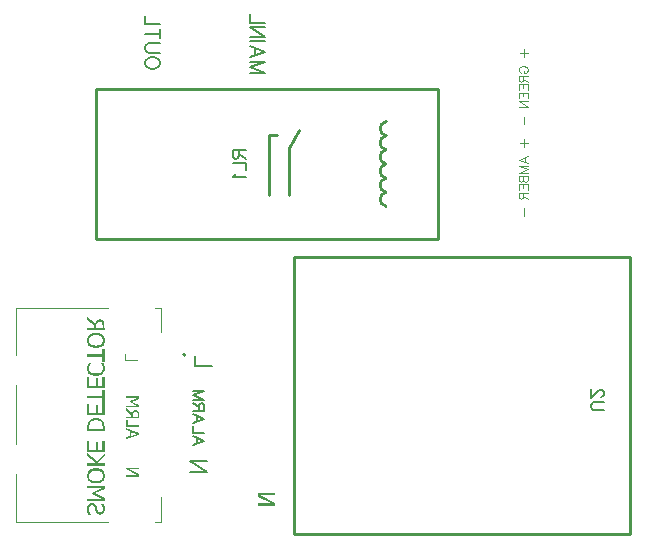
<source format=gbo>
G04 Layer: BottomSilkscreenLayer*
G04 EasyEDA v6.5.39, 2024-01-10 16:20:09*
G04 85b321e934e241e88075cb939218c85a,3d9c8b04885e45b7839bd8e85c0fd600,10*
G04 Gerber Generator version 0.2*
G04 Scale: 100 percent, Rotated: No, Reflected: No *
G04 Dimensions in millimeters *
G04 leading zeros omitted , absolute positions ,4 integer and 5 decimal *
%FSLAX45Y45*%
%MOMM*%

%ADD10C,0.2032*%
%ADD11C,0.1200*%
%ADD12C,0.1600*%
%ADD13C,0.1524*%
%ADD14C,0.2540*%
%ADD15C,0.1001*%
%ADD16C,0.1999*%
%ADD17C,0.0118*%

%LPD*%
G36*
X1670812Y-776732D02*
G01*
X1670812Y-804164D01*
X1785874Y-862584D01*
X1670812Y-862584D01*
X1670812Y-880871D01*
X1816100Y-880871D01*
X1816100Y-859028D01*
X1690624Y-794766D01*
X1816100Y-794766D01*
X1816100Y-776732D01*
G37*
G36*
X558800Y44704D02*
G01*
X558800Y30226D01*
X652780Y30226D01*
X588772Y1778D01*
X588772Y-7112D01*
X652780Y-35306D01*
X558800Y-35306D01*
X558800Y-48768D01*
X667766Y-48768D01*
X667766Y-28956D01*
X607060Y-1778D01*
X667766Y24638D01*
X667766Y44704D01*
G37*
G36*
X558800Y-57404D02*
G01*
X558800Y-76200D01*
X602234Y-110744D01*
X602234Y-127254D01*
X614172Y-127254D01*
X614273Y-111556D01*
X614883Y-105968D01*
X616102Y-101041D01*
X617016Y-98856D01*
X618236Y-96875D01*
X619760Y-94996D01*
X623265Y-92151D01*
X625144Y-91033D01*
X627126Y-90170D01*
X631850Y-89001D01*
X637286Y-88646D01*
X639521Y-88747D01*
X643737Y-89662D01*
X645668Y-90424D01*
X648970Y-92659D01*
X650443Y-94081D01*
X651764Y-95758D01*
X653491Y-99060D01*
X654558Y-102870D01*
X655116Y-107442D01*
X655320Y-113030D01*
X655320Y-127254D01*
X558800Y-127254D01*
X558800Y-141986D01*
X667766Y-141986D01*
X667715Y-109270D01*
X667207Y-101396D01*
X666089Y-94894D01*
X665073Y-91897D01*
X663803Y-88950D01*
X662178Y-86106D01*
X660146Y-83362D01*
X657860Y-80873D01*
X655320Y-78790D01*
X652526Y-76962D01*
X649528Y-75539D01*
X646176Y-74472D01*
X642416Y-73863D01*
X638302Y-73660D01*
X632561Y-74015D01*
X627329Y-75184D01*
X622554Y-77063D01*
X618236Y-79756D01*
X614426Y-83058D01*
X611174Y-86918D01*
X608482Y-91338D01*
X606298Y-96266D01*
G37*
G36*
X558800Y-153416D02*
G01*
X558800Y-216408D01*
X667766Y-216408D01*
X667766Y-201930D01*
X571754Y-201930D01*
X571754Y-153416D01*
G37*
G36*
X558800Y-226821D02*
G01*
X558800Y-242062D01*
X589280Y-251967D01*
X589280Y-256032D01*
X601726Y-256032D01*
X653034Y-272796D01*
X601726Y-289560D01*
X601726Y-256032D01*
X589280Y-256032D01*
X589280Y-293624D01*
X558800Y-303530D01*
X558800Y-318262D01*
X667766Y-281432D01*
X667766Y-263652D01*
G37*
G36*
X558800Y-558546D02*
G01*
X558800Y-574802D01*
X652780Y-623062D01*
X558800Y-623062D01*
X558800Y-636524D01*
X667766Y-636524D01*
X667766Y-615950D01*
X581406Y-572262D01*
X667766Y-572262D01*
X667766Y-558546D01*
G37*
G36*
X546100Y404368D02*
G01*
X546100Y341376D01*
X655066Y341376D01*
X655066Y355854D01*
X559054Y355854D01*
X559054Y404368D01*
G37*
G36*
X228600Y716788D02*
G01*
X228600Y691642D01*
X286512Y645668D01*
X286512Y623570D01*
X302514Y623570D01*
X302615Y644550D01*
X302869Y648309D01*
X304038Y655320D01*
X305003Y658520D01*
X306324Y661466D01*
X308051Y664210D01*
X310134Y666750D01*
X312267Y668629D01*
X314604Y670306D01*
X317093Y671677D01*
X319786Y672846D01*
X322681Y673760D01*
X329336Y674776D01*
X332994Y674878D01*
X336092Y674725D01*
X339039Y674319D01*
X341782Y673608D01*
X344424Y672592D01*
X346760Y671423D01*
X348843Y669848D01*
X350824Y667969D01*
X352552Y665734D01*
X354787Y661314D01*
X356362Y656082D01*
X357124Y650036D01*
X357378Y642620D01*
X357378Y623570D01*
X228600Y623570D01*
X228600Y604012D01*
X373888Y604012D01*
X373786Y647598D01*
X373176Y658114D01*
X372618Y662686D01*
X371754Y666851D01*
X370382Y670864D01*
X368554Y674827D01*
X366268Y678688D01*
X363677Y682294D01*
X360730Y685495D01*
X357479Y688238D01*
X353822Y690626D01*
X349656Y692607D01*
X345084Y694029D01*
X340004Y694893D01*
X334518Y695198D01*
X319836Y693166D01*
X307848Y687070D01*
X298500Y677468D01*
X291846Y664972D01*
G37*
G36*
X301244Y582930D02*
G01*
X284378Y581761D01*
X269240Y578358D01*
X256184Y572973D01*
X245364Y565404D01*
X236524Y555802D01*
X230378Y544830D01*
X226771Y532333D01*
X225552Y518668D01*
X242316Y518668D01*
X243281Y528320D01*
X246125Y536905D01*
X250901Y544423D01*
X257556Y550926D01*
X265887Y556158D01*
X275996Y559866D01*
X287731Y562102D01*
X301244Y562864D01*
X314909Y562102D01*
X326898Y559816D01*
X332232Y558038D01*
X337058Y555955D01*
X341376Y553567D01*
X345186Y550926D01*
X348742Y547878D01*
X351840Y544525D01*
X354482Y540867D01*
X356616Y536956D01*
X358292Y532739D01*
X359460Y528320D01*
X360172Y523595D01*
X360426Y518668D01*
X360172Y513638D01*
X359460Y508863D01*
X358292Y504494D01*
X356616Y500380D01*
X354584Y496570D01*
X351993Y492963D01*
X348843Y489559D01*
X345186Y486409D01*
X341274Y483666D01*
X336854Y481279D01*
X331978Y479196D01*
X326644Y477520D01*
X314706Y475234D01*
X301244Y474472D01*
X287731Y475234D01*
X275945Y477469D01*
X265887Y481177D01*
X257556Y486409D01*
X250901Y492912D01*
X246125Y500430D01*
X243281Y509016D01*
X242316Y518668D01*
X225552Y518668D01*
X226821Y504647D01*
X230632Y491998D01*
X236728Y481076D01*
X245364Y471678D01*
X256184Y464261D01*
X269240Y458724D01*
X284378Y455472D01*
X301244Y454406D01*
X318465Y455523D01*
X333502Y458978D01*
X346456Y464362D01*
X357378Y471932D01*
X365861Y481126D01*
X372110Y491998D01*
X375716Y504647D01*
X376936Y518668D01*
X375666Y532688D01*
X371856Y545338D01*
X369062Y551078D01*
X365709Y556310D01*
X361797Y561086D01*
X357378Y565404D01*
X346608Y572820D01*
X333502Y578358D01*
X318465Y581761D01*
G37*
G36*
X356870Y448056D02*
G01*
X356870Y399034D01*
X228600Y399034D01*
X228600Y379730D01*
X356870Y379730D01*
X356870Y330962D01*
X373888Y330962D01*
X373888Y448056D01*
G37*
G36*
X238506Y327660D02*
G01*
X234188Y318770D01*
X232156Y313994D01*
X230124Y308356D01*
X228346Y302260D01*
X227075Y296672D01*
X226314Y290423D01*
X226060Y282448D01*
X227228Y268782D01*
X230632Y256286D01*
X236677Y245160D01*
X245110Y235712D01*
X255727Y228041D01*
X268732Y222250D01*
X283870Y218643D01*
X301244Y217424D01*
X318312Y218592D01*
X332994Y221996D01*
X345643Y227634D01*
X356616Y235458D01*
X365201Y245110D01*
X371602Y256286D01*
X375412Y268935D01*
X376682Y282956D01*
X376428Y289915D01*
X375666Y296672D01*
X374345Y302768D01*
X372872Y308356D01*
X371144Y313182D01*
X366826Y322935D01*
X364236Y327660D01*
X341122Y327660D01*
X341122Y326136D01*
X346710Y319786D01*
X350012Y315264D01*
X353314Y309880D01*
X356057Y304038D01*
X358140Y297688D01*
X359003Y294386D01*
X359664Y290779D01*
X360172Y282702D01*
X359918Y278079D01*
X359206Y273608D01*
X358038Y269341D01*
X356362Y265176D01*
X354228Y261112D01*
X351688Y257302D01*
X348640Y253746D01*
X345186Y250444D01*
X341172Y247548D01*
X336702Y245059D01*
X331774Y242874D01*
X326390Y241046D01*
X314502Y238353D01*
X301244Y237490D01*
X287274Y238353D01*
X275336Y241046D01*
X270205Y243078D01*
X265480Y245414D01*
X261213Y248056D01*
X257302Y250952D01*
X253847Y254152D01*
X250901Y257556D01*
X248412Y261213D01*
X246379Y265176D01*
X244703Y269392D01*
X243535Y273761D01*
X242824Y278180D01*
X242570Y282702D01*
X243078Y290779D01*
X244602Y298196D01*
X247091Y304901D01*
X249936Y310896D01*
X252984Y315823D01*
X256032Y320040D01*
X261620Y326390D01*
X261620Y327660D01*
G37*
G36*
X228600Y204470D02*
G01*
X228600Y113537D01*
X373888Y113537D01*
X373888Y204470D01*
X356870Y204470D01*
X356870Y132842D01*
X316992Y132842D01*
X316992Y199644D01*
X299720Y199644D01*
X299720Y132842D01*
X245871Y132842D01*
X245871Y204470D01*
G37*
G36*
X356870Y98806D02*
G01*
X356870Y50038D01*
X228600Y50038D01*
X228600Y30733D01*
X356870Y30733D01*
X356870Y-18034D01*
X373888Y-18034D01*
X373888Y98806D01*
G37*
G36*
X228600Y-24638D02*
G01*
X228600Y-115570D01*
X373888Y-115570D01*
X373888Y-24638D01*
X356870Y-24638D01*
X356870Y-96266D01*
X316992Y-96266D01*
X316992Y-29464D01*
X299720Y-29464D01*
X299720Y-96266D01*
X245871Y-96266D01*
X245871Y-24638D01*
G37*
G36*
X301244Y-136398D02*
G01*
X282194Y-138430D01*
X265176Y-144526D01*
X250952Y-153974D01*
X240284Y-166116D01*
X237032Y-171704D01*
X234391Y-177292D01*
X232308Y-182880D01*
X230886Y-188468D01*
X229158Y-201472D01*
X228600Y-217678D01*
X228600Y-231902D01*
X245110Y-231902D01*
X245262Y-210921D01*
X245617Y-205028D01*
X246278Y-199593D01*
X247142Y-194564D01*
X248462Y-189839D01*
X250190Y-185318D01*
X252272Y-180949D01*
X254762Y-176784D01*
X258470Y-172110D01*
X262788Y-168097D01*
X267614Y-164642D01*
X273050Y-161798D01*
X285902Y-157988D01*
X301498Y-156718D01*
X317042Y-158038D01*
X330200Y-162052D01*
X340664Y-168960D01*
X348742Y-178562D01*
X350875Y-182524D01*
X352653Y-186639D01*
X354177Y-190804D01*
X355346Y-195072D01*
X356260Y-199796D01*
X357276Y-210820D01*
X357378Y-231902D01*
X228600Y-231902D01*
X228600Y-251206D01*
X373888Y-251206D01*
X373888Y-217932D01*
X373126Y-199745D01*
X370840Y-185928D01*
X369163Y-180289D01*
X367233Y-175056D01*
X364998Y-170281D01*
X362458Y-165862D01*
X351739Y-153466D01*
X337820Y-144272D01*
X329742Y-140817D01*
X320954Y-138379D01*
X311454Y-136906D01*
G37*
G36*
X228600Y-335026D02*
G01*
X228600Y-425958D01*
X373888Y-425958D01*
X373888Y-335026D01*
X356870Y-335026D01*
X356870Y-406400D01*
X316992Y-406400D01*
X316992Y-339852D01*
X299720Y-339852D01*
X299720Y-406400D01*
X245871Y-406400D01*
X245871Y-335026D01*
G37*
G36*
X228600Y-437388D02*
G01*
X228600Y-462534D01*
X296164Y-515620D01*
X286766Y-524001D01*
X228600Y-524001D01*
X228600Y-543306D01*
X373888Y-543306D01*
X373888Y-524001D01*
X307086Y-524001D01*
X373888Y-464566D01*
X373888Y-440943D01*
X309118Y-501142D01*
G37*
G36*
X301244Y-564642D02*
G01*
X284378Y-565810D01*
X269240Y-569214D01*
X256184Y-574598D01*
X245364Y-582168D01*
X236524Y-591769D01*
X230378Y-602742D01*
X226771Y-615238D01*
X225552Y-628904D01*
X242316Y-628904D01*
X243281Y-619252D01*
X246125Y-610666D01*
X250901Y-603148D01*
X257556Y-596646D01*
X265887Y-591413D01*
X275996Y-587705D01*
X287731Y-585470D01*
X301244Y-584708D01*
X314909Y-585470D01*
X326898Y-587756D01*
X332232Y-589534D01*
X337058Y-591616D01*
X341376Y-594004D01*
X345186Y-596646D01*
X348742Y-599694D01*
X351840Y-603046D01*
X354482Y-606704D01*
X356616Y-610616D01*
X358292Y-614832D01*
X359460Y-619252D01*
X360172Y-623976D01*
X360426Y-628904D01*
X360172Y-633933D01*
X359460Y-638657D01*
X358292Y-643077D01*
X356616Y-647192D01*
X354584Y-651002D01*
X351993Y-654608D01*
X348843Y-658012D01*
X345186Y-661162D01*
X341274Y-663905D01*
X336854Y-666292D01*
X331978Y-668375D01*
X326644Y-670052D01*
X314706Y-672338D01*
X301244Y-673100D01*
X287731Y-672338D01*
X275945Y-670102D01*
X265887Y-666394D01*
X257556Y-661162D01*
X250901Y-654558D01*
X246125Y-646988D01*
X243281Y-638454D01*
X242316Y-628904D01*
X225552Y-628904D01*
X226821Y-642924D01*
X230632Y-655574D01*
X236728Y-666496D01*
X245364Y-675894D01*
X256184Y-683310D01*
X269240Y-688848D01*
X284378Y-692099D01*
X301244Y-693166D01*
X318465Y-691997D01*
X333502Y-688594D01*
X346456Y-683056D01*
X357378Y-675640D01*
X365861Y-666445D01*
X372110Y-655574D01*
X375716Y-642924D01*
X376936Y-628904D01*
X375666Y-614883D01*
X371856Y-602234D01*
X369062Y-596493D01*
X365709Y-591261D01*
X361797Y-586486D01*
X357378Y-582168D01*
X346608Y-574751D01*
X333502Y-569214D01*
X318465Y-565759D01*
G37*
G36*
X228600Y-714502D02*
G01*
X228600Y-733806D01*
X353822Y-733806D01*
X268732Y-771652D01*
X268732Y-783336D01*
X353822Y-820928D01*
X228600Y-820928D01*
X228600Y-838962D01*
X373888Y-838962D01*
X373888Y-812546D01*
X293116Y-776224D01*
X373888Y-741172D01*
X373888Y-714502D01*
G37*
G36*
X270002Y-858774D02*
G01*
X265836Y-858977D01*
X261620Y-859688D01*
X257454Y-860755D01*
X253238Y-862330D01*
X249224Y-864158D01*
X245567Y-866394D01*
X242214Y-868984D01*
X239267Y-871982D01*
X236270Y-875639D01*
X233629Y-879449D01*
X231292Y-883513D01*
X229362Y-887730D01*
X227939Y-892454D01*
X226872Y-897686D01*
X226263Y-903478D01*
X226060Y-909828D01*
X226821Y-924560D01*
X229108Y-936752D01*
X232765Y-947572D01*
X237236Y-957580D01*
X261620Y-957580D01*
X261620Y-956310D01*
X253542Y-946099D01*
X247650Y-934719D01*
X245414Y-928674D01*
X243840Y-922782D01*
X242874Y-916990D01*
X242570Y-911352D01*
X244297Y-897280D01*
X249428Y-886968D01*
X252984Y-883412D01*
X257098Y-880871D01*
X261772Y-879348D01*
X266954Y-878840D01*
X271068Y-879094D01*
X274828Y-879906D01*
X278180Y-881278D01*
X281178Y-883158D01*
X283667Y-885647D01*
X285902Y-888746D01*
X287731Y-892505D01*
X289306Y-896874D01*
X295910Y-923036D01*
X298196Y-930198D01*
X300990Y-936498D01*
X302514Y-939444D01*
X304342Y-942238D01*
X306476Y-944778D01*
X311302Y-949299D01*
X313944Y-951179D01*
X316890Y-952753D01*
X323443Y-955141D01*
X327101Y-955903D01*
X330962Y-956411D01*
X335026Y-956564D01*
X351332Y-953109D01*
X364744Y-942848D01*
X369976Y-935532D01*
X373684Y-927201D01*
X375920Y-918006D01*
X376682Y-907796D01*
X376529Y-901700D01*
X376021Y-895807D01*
X375259Y-890117D01*
X372872Y-879297D01*
X371297Y-874166D01*
X369417Y-869137D01*
X367284Y-864362D01*
X344170Y-864362D01*
X344170Y-865886D01*
X347218Y-869594D01*
X350062Y-873760D01*
X352704Y-878484D01*
X355092Y-883666D01*
X357225Y-889203D01*
X358698Y-894842D01*
X359613Y-900633D01*
X359918Y-906526D01*
X359511Y-912926D01*
X358343Y-918667D01*
X356362Y-923696D01*
X353568Y-928116D01*
X350266Y-931773D01*
X346405Y-934415D01*
X341985Y-935990D01*
X337058Y-936498D01*
X332689Y-936193D01*
X328828Y-935278D01*
X325323Y-933805D01*
X322326Y-931671D01*
X319836Y-928979D01*
X317703Y-925677D01*
X315874Y-921867D01*
X313537Y-914247D01*
X306832Y-887730D01*
X301040Y-874725D01*
X292862Y-865632D01*
X287934Y-862634D01*
X282448Y-860501D01*
X276453Y-859180D01*
G37*
D10*
X1731380Y2781300D02*
G01*
X1607291Y2781300D01*
X1731380Y2781300D02*
G01*
X1607291Y2828571D01*
X1731380Y2875846D02*
G01*
X1607291Y2828571D01*
X1731380Y2875846D02*
G01*
X1607291Y2875846D01*
X1731380Y2962117D02*
G01*
X1607291Y2914845D01*
X1731380Y2962117D02*
G01*
X1607291Y3009392D01*
X1648655Y2932572D02*
G01*
X1648655Y2991662D01*
X1731380Y3048391D02*
G01*
X1607291Y3048391D01*
X1731380Y3087390D02*
G01*
X1607291Y3087390D01*
X1731380Y3087390D02*
G01*
X1607291Y3170118D01*
X1731380Y3170118D02*
G01*
X1607291Y3170118D01*
X1731380Y3209117D02*
G01*
X1607291Y3209117D01*
X1607291Y3209117D02*
G01*
X1607291Y3280026D01*
X842380Y2854853D02*
G01*
X836472Y2843037D01*
X824654Y2831218D01*
X812835Y2825308D01*
X795108Y2819400D01*
X765563Y2819400D01*
X747836Y2825308D01*
X736018Y2831218D01*
X724199Y2843037D01*
X718291Y2854853D01*
X718291Y2878490D01*
X724199Y2890309D01*
X736018Y2902127D01*
X747836Y2908035D01*
X765563Y2913946D01*
X795108Y2913946D01*
X812835Y2908035D01*
X824654Y2902127D01*
X836472Y2890309D01*
X842380Y2878490D01*
X842380Y2854853D01*
X842380Y2952945D02*
G01*
X753745Y2952945D01*
X736018Y2958853D01*
X724199Y2970672D01*
X718291Y2988398D01*
X718291Y3000217D01*
X724199Y3017946D01*
X736018Y3029762D01*
X753745Y3035673D01*
X842380Y3035673D01*
X842380Y3116036D02*
G01*
X718291Y3116036D01*
X842380Y3074672D02*
G01*
X842380Y3157400D01*
X842380Y3196399D02*
G01*
X718291Y3196399D01*
X718291Y3196399D02*
G01*
X718291Y3267308D01*
D11*
X3892583Y2189772D02*
G01*
X3958036Y2189772D01*
X3925308Y2222500D02*
G01*
X3925308Y2157046D01*
X3881673Y2047953D02*
G01*
X3958036Y2077046D01*
X3881673Y2047953D02*
G01*
X3958036Y2018863D01*
X3932582Y2066137D02*
G01*
X3932582Y2029772D01*
X3881673Y1994865D02*
G01*
X3958036Y1994865D01*
X3881673Y1994865D02*
G01*
X3958036Y1965772D01*
X3881673Y1936681D02*
G01*
X3958036Y1965772D01*
X3881673Y1936681D02*
G01*
X3958036Y1936681D01*
X3881673Y1912683D02*
G01*
X3958036Y1912683D01*
X3881673Y1912683D02*
G01*
X3881673Y1879955D01*
X3885308Y1869046D01*
X3888945Y1865409D01*
X3896217Y1861774D01*
X3903489Y1861774D01*
X3910764Y1865409D01*
X3914399Y1869046D01*
X3918036Y1879955D01*
X3918036Y1912683D02*
G01*
X3918036Y1879955D01*
X3921673Y1869046D01*
X3925308Y1865409D01*
X3932582Y1861774D01*
X3943489Y1861774D01*
X3950764Y1865409D01*
X3954399Y1869046D01*
X3958036Y1879955D01*
X3958036Y1912683D01*
X3881673Y1837773D02*
G01*
X3958036Y1837773D01*
X3881673Y1837773D02*
G01*
X3881673Y1790501D01*
X3918036Y1837773D02*
G01*
X3918036Y1808683D01*
X3958036Y1837773D02*
G01*
X3958036Y1790501D01*
X3881673Y1766501D02*
G01*
X3958036Y1766501D01*
X3881673Y1766501D02*
G01*
X3881673Y1733773D01*
X3885308Y1722864D01*
X3888945Y1719229D01*
X3896217Y1715592D01*
X3903489Y1715592D01*
X3910764Y1719229D01*
X3914399Y1722864D01*
X3918036Y1733773D01*
X3918036Y1766501D01*
X3918036Y1741045D02*
G01*
X3958036Y1715592D01*
X3925308Y1635592D02*
G01*
X3925308Y1570136D01*
X3892583Y2951772D02*
G01*
X3958036Y2951772D01*
X3925308Y2984500D02*
G01*
X3925308Y2919046D01*
X3899855Y2784500D02*
G01*
X3892583Y2788137D01*
X3885308Y2795409D01*
X3881673Y2802681D01*
X3881673Y2817228D01*
X3885308Y2824500D01*
X3892583Y2831772D01*
X3899855Y2835409D01*
X3910764Y2839046D01*
X3928945Y2839046D01*
X3939854Y2835409D01*
X3947126Y2831772D01*
X3954399Y2824500D01*
X3958036Y2817228D01*
X3958036Y2802681D01*
X3954399Y2795409D01*
X3947126Y2788137D01*
X3939854Y2784500D01*
X3928945Y2784500D01*
X3928945Y2802681D02*
G01*
X3928945Y2784500D01*
X3881673Y2760499D02*
G01*
X3958036Y2760499D01*
X3881673Y2760499D02*
G01*
X3881673Y2727772D01*
X3885308Y2716865D01*
X3888945Y2713228D01*
X3896217Y2709590D01*
X3903489Y2709590D01*
X3910764Y2713228D01*
X3914399Y2716865D01*
X3918036Y2727772D01*
X3918036Y2760499D01*
X3918036Y2735046D02*
G01*
X3958036Y2709590D01*
X3881673Y2685590D02*
G01*
X3958036Y2685590D01*
X3881673Y2685590D02*
G01*
X3881673Y2638318D01*
X3918036Y2685590D02*
G01*
X3918036Y2656499D01*
X3958036Y2685590D02*
G01*
X3958036Y2638318D01*
X3881673Y2614317D02*
G01*
X3958036Y2614317D01*
X3881673Y2614317D02*
G01*
X3881673Y2567045D01*
X3918036Y2614317D02*
G01*
X3918036Y2585227D01*
X3958036Y2614317D02*
G01*
X3958036Y2567045D01*
X3881673Y2543045D02*
G01*
X3958036Y2543045D01*
X3881673Y2543045D02*
G01*
X3958036Y2492136D01*
X3881673Y2492136D02*
G01*
X3958036Y2492136D01*
X3925308Y2412136D02*
G01*
X3925308Y2346683D01*
D10*
X1281684Y304800D02*
G01*
X1138428Y304800D01*
X1138428Y304800D02*
G01*
X1138428Y386587D01*
X1243584Y-596900D02*
G01*
X1100328Y-596900D01*
X1243584Y-596900D02*
G01*
X1100328Y-501395D01*
X1243584Y-501395D02*
G01*
X1100328Y-501395D01*
D12*
X1218509Y-331937D02*
G01*
X1123053Y-368300D01*
X1218509Y-331937D02*
G01*
X1123053Y-295572D01*
X1154871Y-354662D02*
G01*
X1154871Y-309209D01*
X1218509Y-265572D02*
G01*
X1123053Y-265572D01*
X1123053Y-265572D02*
G01*
X1123053Y-211028D01*
X1218509Y-144663D02*
G01*
X1123053Y-181028D01*
X1218509Y-144663D02*
G01*
X1123053Y-108300D01*
X1154871Y-167391D02*
G01*
X1154871Y-121935D01*
X1218509Y-78300D02*
G01*
X1123053Y-78300D01*
X1218509Y-78300D02*
G01*
X1218509Y-37391D01*
X1213962Y-23754D01*
X1209418Y-19210D01*
X1200327Y-14663D01*
X1191237Y-14663D01*
X1182146Y-19210D01*
X1177599Y-23754D01*
X1173053Y-37391D01*
X1173053Y-78300D01*
X1173053Y-46481D02*
G01*
X1123053Y-14663D01*
X1218509Y15336D02*
G01*
X1123053Y15336D01*
X1218509Y15336D02*
G01*
X1123053Y51699D01*
X1218509Y88064D02*
G01*
X1123053Y51699D01*
X1218509Y88064D02*
G01*
X1123053Y88064D01*
D13*
X1459085Y2129299D02*
G01*
X1568051Y2129299D01*
X1459085Y2129299D02*
G01*
X1459085Y2082563D01*
X1464165Y2067069D01*
X1469499Y2061735D01*
X1479913Y2056655D01*
X1490327Y2056655D01*
X1500741Y2061735D01*
X1505821Y2067069D01*
X1510901Y2082563D01*
X1510901Y2129299D01*
X1510901Y2092977D02*
G01*
X1568051Y2056655D01*
X1459085Y2022365D02*
G01*
X1568051Y2022365D01*
X1568051Y2022365D02*
G01*
X1568051Y1959881D01*
X1479913Y1925591D02*
G01*
X1474579Y1915177D01*
X1459085Y1899683D01*
X1568051Y1899683D01*
X4602099Y-74548D02*
G01*
X4524120Y-74548D01*
X4508627Y-69469D01*
X4498213Y-59054D01*
X4493133Y-43306D01*
X4493133Y-32893D01*
X4498213Y-17398D01*
X4508627Y-6985D01*
X4524120Y-1904D01*
X4602099Y-1904D01*
X4576190Y37719D02*
G01*
X4581270Y37719D01*
X4591684Y42798D01*
X4597018Y48132D01*
X4602099Y58546D01*
X4602099Y79120D01*
X4597018Y89535D01*
X4591684Y94869D01*
X4581270Y99948D01*
X4570856Y99948D01*
X4560443Y94869D01*
X4544949Y84454D01*
X4493133Y32385D01*
X4493133Y105282D01*
D14*
X3200001Y2649999D02*
G01*
X300001Y2649999D01*
X3200001Y2649999D02*
G01*
X3200001Y1379999D01*
X299321Y2649999D02*
G01*
X299321Y1379999D01*
X3200001Y1379999D02*
G01*
X299321Y1379999D01*
X1940161Y1748299D02*
G01*
X1940161Y2144539D01*
X2021441Y2299479D01*
X1767441Y1748299D02*
G01*
X1767441Y2253759D01*
X1833481Y2253759D01*
X1975010Y-1125004D02*
G01*
X4825017Y-1125004D01*
X4825017Y1225003D01*
X1975010Y1225003D01*
X1975010Y-1125004D01*
D15*
X853998Y587999D02*
G01*
X853998Y796000D01*
X804011Y796000D01*
X853998Y-811997D02*
G01*
X853998Y-1011996D01*
X853998Y-1020099D01*
X804011Y-1020099D01*
X404012Y796000D02*
G01*
X-375386Y796000D01*
X-375386Y396001D01*
X-375386Y-611997D02*
G01*
X-375386Y-1020099D01*
X404012Y-1020099D01*
X-375386Y138013D02*
G01*
X-375386Y-361985D01*
D14*
G75*
G01*
X2758041Y2370600D02*
G03*
X2758041Y2251220I9664J-59690D01*
G75*
G01*
X2758041Y2249955D02*
G03*
X2758041Y2130575I9664J-59690D01*
G75*
G01*
X2758041Y2130575D02*
G03*
X2758041Y2011195I9664J-59690D01*
G75*
G01*
X2758041Y2011195D02*
G03*
X2758041Y1891815I9664J-59690D01*
G75*
G01*
X2758041Y1891815D02*
G03*
X2758041Y1772435I9664J-59690D01*
G75*
G01*
X2758041Y1772435D02*
G03*
X2758041Y1653055I9664J-59690D01*
D16*
G75*
G01*
X1049998Y407515D02*
G03*
X1049998Y387500I0J-10008D01*
G75*
G01*
X1049998Y387500D02*
G03*
X1049998Y407515I0J10007D01*
M02*

</source>
